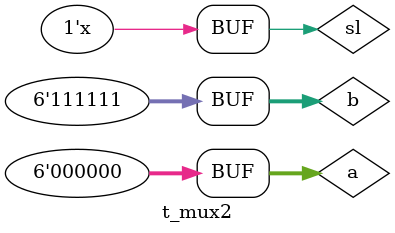
<source format=v>
/*
    date:   2018/05/32
    tag:    mux2 with parameter testbench
*/

module t_mux2();
    reg         sl;
    reg[5:0]    a,b;

    wire[5:0]   y;

    initial
    begin
        sl = 0;
        a = 6'b000000;
        b = 6'b111111;
    end
    
    always #20 sl = ~sl;
    
    mux2 #(5)   m1( .sl(sl), .a(a), .b(b), .y(y));
    mux2 #(6)   m2( .sl(sl), .a(a), .b(b), .y(y));
    mux2 #(32)  m3( .sl(sl), .a(a), .b(b), .y(y));
    
endmodule

</source>
